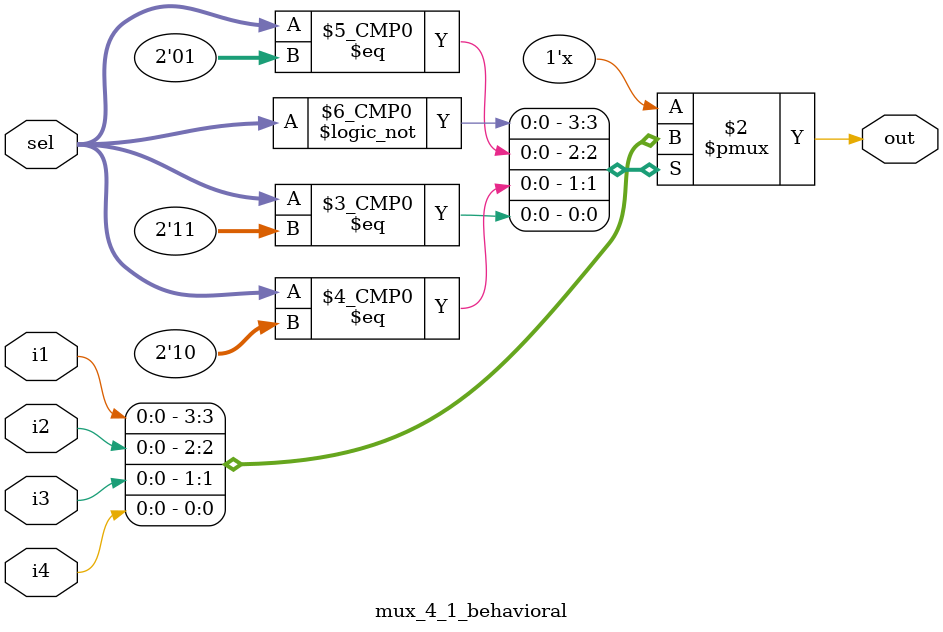
<source format=v>
`timescale 1ns / 1ps
module mux_4_1_behavioral(i1, i2, i3, i4, sel, out);
	input i1, i2, i3, i4;
	input [1:0] sel;
	output out;
	reg out;
	
	always @(i1 or i2 or i3 or i4 or sel)
	begin
		case( sel )
			2'b00:	out = i1;
			2'b01:	out = i2;
			2'b10:	out = i3;
			2'b11:	out = i4;
			default:	out = 0;
		endcase
	end

endmodule

</source>
